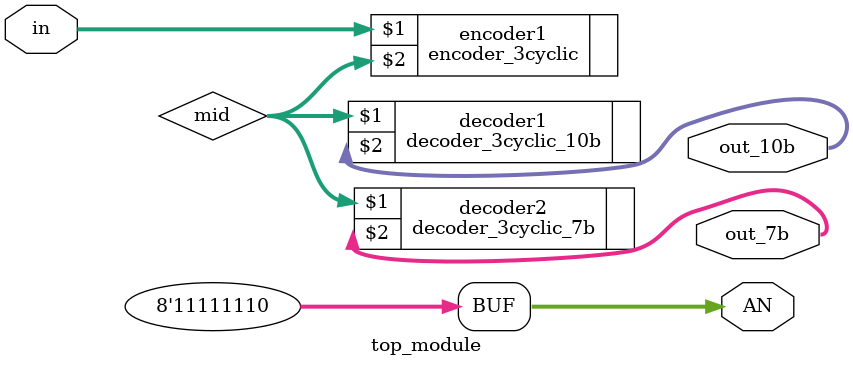
<source format=v>
`timescale 1ns / 1ps


module top_module(input[9:0]in,
                  output[7:0]AN,
                  output [9:0]out_10b,
                  output [6:0]out_7b);
wire [3:0]mid;
encoder_3cyclic encoder1(in,mid);
decoder_3cyclic_10b decoder1(mid,out_10b);
decoder_3cyclic_7b decoder2(mid,out_7b);
assign AN = 8'b11111110;
endmodule

</source>
